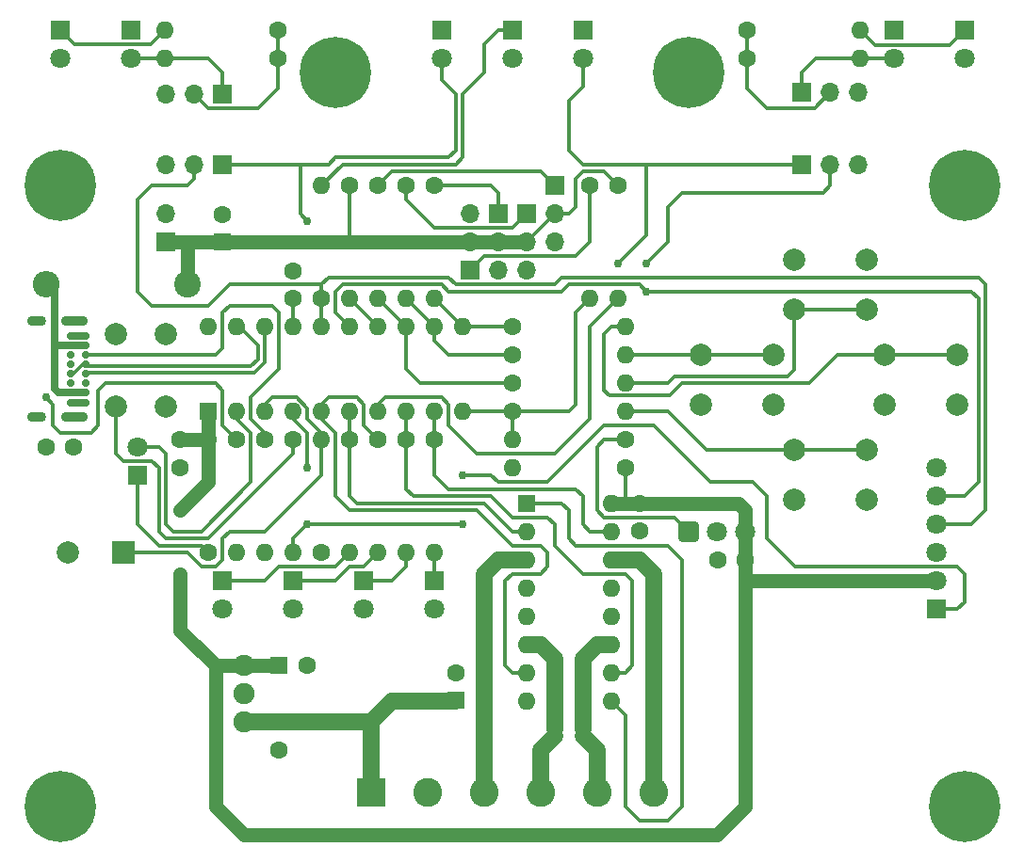
<source format=gbr>
%TF.GenerationSoftware,KiCad,Pcbnew,7.0.1-0*%
%TF.CreationDate,2023-03-30T00:17:16-04:00*%
%TF.ProjectId,CHRP400,43485250-3430-4302-9e6b-696361645f70,0*%
%TF.SameCoordinates,Original*%
%TF.FileFunction,Copper,L2,Bot*%
%TF.FilePolarity,Positive*%
%FSLAX46Y46*%
G04 Gerber Fmt 4.6, Leading zero omitted, Abs format (unit mm)*
G04 Created by KiCad (PCBNEW 7.0.1-0) date 2023-03-30 00:17:16*
%MOMM*%
%LPD*%
G01*
G04 APERTURE LIST*
G04 Aperture macros list*
%AMRoundRect*
0 Rectangle with rounded corners*
0 $1 Rounding radius*
0 $2 $3 $4 $5 $6 $7 $8 $9 X,Y pos of 4 corners*
0 Add a 4 corners polygon primitive as box body*
4,1,4,$2,$3,$4,$5,$6,$7,$8,$9,$2,$3,0*
0 Add four circle primitives for the rounded corners*
1,1,$1+$1,$2,$3*
1,1,$1+$1,$4,$5*
1,1,$1+$1,$6,$7*
1,1,$1+$1,$8,$9*
0 Add four rect primitives between the rounded corners*
20,1,$1+$1,$2,$3,$4,$5,0*
20,1,$1+$1,$4,$5,$6,$7,0*
20,1,$1+$1,$6,$7,$8,$9,0*
20,1,$1+$1,$8,$9,$2,$3,0*%
G04 Aperture macros list end*
%TA.AperFunction,ComponentPad*%
%ADD10R,1.600000X1.600000*%
%TD*%
%TA.AperFunction,ComponentPad*%
%ADD11C,1.600000*%
%TD*%
%TA.AperFunction,ComponentPad*%
%ADD12C,1.800000*%
%TD*%
%TA.AperFunction,ComponentPad*%
%ADD13R,1.800000X1.800000*%
%TD*%
%TA.AperFunction,ComponentPad*%
%ADD14C,2.400000*%
%TD*%
%TA.AperFunction,ComponentPad*%
%ADD15O,2.400000X2.400000*%
%TD*%
%TA.AperFunction,ComponentPad*%
%ADD16C,6.400000*%
%TD*%
%TA.AperFunction,ComponentPad*%
%ADD17O,1.600000X1.600000*%
%TD*%
%TA.AperFunction,ComponentPad*%
%ADD18C,2.000000*%
%TD*%
%TA.AperFunction,ComponentPad*%
%ADD19R,1.700000X1.700000*%
%TD*%
%TA.AperFunction,ComponentPad*%
%ADD20O,1.700000X1.700000*%
%TD*%
%TA.AperFunction,ComponentPad*%
%ADD21C,0.700000*%
%TD*%
%TA.AperFunction,ComponentPad*%
%ADD22O,2.400000X0.900000*%
%TD*%
%TA.AperFunction,ComponentPad*%
%ADD23O,1.700000X0.900000*%
%TD*%
%TA.AperFunction,ComponentPad*%
%ADD24R,2.000000X2.000000*%
%TD*%
%TA.AperFunction,ComponentPad*%
%ADD25RoundRect,0.250200X-0.649800X-0.649800X0.649800X-0.649800X0.649800X0.649800X-0.649800X0.649800X0*%
%TD*%
%TA.AperFunction,ComponentPad*%
%ADD26R,2.600000X2.600000*%
%TD*%
%TA.AperFunction,ComponentPad*%
%ADD27C,2.600000*%
%TD*%
%TA.AperFunction,ComponentPad*%
%ADD28C,1.905000*%
%TD*%
%TA.AperFunction,ViaPad*%
%ADD29C,0.762000*%
%TD*%
%TA.AperFunction,Conductor*%
%ADD30C,0.635000*%
%TD*%
%TA.AperFunction,Conductor*%
%ADD31C,1.270000*%
%TD*%
%TA.AperFunction,Conductor*%
%ADD32C,0.304800*%
%TD*%
%TA.AperFunction,Conductor*%
%ADD33C,1.524000*%
%TD*%
G04 APERTURE END LIST*
D10*
%TO.P,C1,1*%
%TO.N,+5V*%
X120015000Y-66040000D03*
D11*
%TO.P,C1,2*%
%TO.N,GND*%
X120015000Y-63540000D03*
%TD*%
%TO.P,C4,1*%
%TO.N,GND*%
X104160000Y-84455000D03*
%TO.P,C4,2*%
%TO.N,Net-(J1-SHIELD)*%
X106660000Y-84455000D03*
%TD*%
D12*
%TO.P,D1,1,K*%
%TO.N,Net-(D1-K)*%
X112395000Y-84455000D03*
D13*
%TO.P,D1,2,A*%
%TO.N,Net-(D1-A)*%
X112395000Y-86995000D03*
%TD*%
D12*
%TO.P,D4,1,K*%
%TO.N,GND*%
X132715000Y-99065000D03*
D13*
%TO.P,D4,2,A*%
%TO.N,Net-(D4-A)*%
X132715000Y-96525000D03*
%TD*%
D14*
%TO.P,FB1,1*%
%TO.N,+5V*%
X116840000Y-69850000D03*
D15*
%TO.P,FB1,2*%
%TO.N,Net-(#FLG0103-pwr)*%
X104140000Y-69850000D03*
%TD*%
D16*
%TO.P,MH1,1*%
%TO.N,N/C*%
X105409999Y-60959999D03*
%TD*%
D11*
%TO.P,R6,1*%
%TO.N,Net-(U1-RB7{slash}TX{slash}CK)*%
X146050000Y-81280000D03*
D17*
%TO.P,R6,2*%
%TO.N,Net-(R6-Pad2)*%
X156210000Y-81280000D03*
%TD*%
D18*
%TO.P,SW4,1,1*%
%TO.N,GND*%
X186055000Y-80645000D03*
X179555000Y-80645000D03*
%TO.P,SW4,2,2*%
%TO.N,Net-(R5-Pad2)*%
X186055000Y-76145000D03*
X179555000Y-76145000D03*
%TD*%
D11*
%TO.P,C2,1*%
%TO.N,+5V*%
X116185000Y-83820000D03*
%TO.P,C2,2*%
%TO.N,GND*%
X116185000Y-86320000D03*
%TD*%
%TO.P,C3,1*%
%TO.N,Net-(U1-Vusb3v3)*%
X126365000Y-71100000D03*
%TO.P,C3,2*%
%TO.N,GND*%
X126365000Y-68600000D03*
%TD*%
D12*
%TO.P,D3,1,K*%
%TO.N,GND*%
X126365000Y-99065000D03*
D13*
%TO.P,D3,2,A*%
%TO.N,Net-(D3-A)*%
X126365000Y-96525000D03*
%TD*%
D18*
%TO.P,SW3,1,1*%
%TO.N,GND*%
X169545000Y-80645000D03*
X163045000Y-80645000D03*
%TO.P,SW3,2,2*%
%TO.N,Net-(R4-Pad2)*%
X169545000Y-76145000D03*
X163045000Y-76145000D03*
%TD*%
D11*
%TO.P,R5,1*%
%TO.N,Net-(U1-RB6{slash}SCL{slash}SCK)*%
X146050000Y-73660000D03*
D17*
%TO.P,R5,2*%
%TO.N,Net-(R5-Pad2)*%
X156210000Y-73660000D03*
%TD*%
D16*
%TO.P,MH4,1*%
%TO.N,N/C*%
X105410000Y-116840000D03*
%TD*%
D18*
%TO.P,SW5,1,1*%
%TO.N,GND*%
X177875000Y-89245000D03*
X171375000Y-89245000D03*
%TO.P,SW5,2,2*%
%TO.N,Net-(R6-Pad2)*%
X177875000Y-84745000D03*
X171375000Y-84745000D03*
%TD*%
D11*
%TO.P,R22,1*%
%TO.N,GND*%
X128905000Y-93980000D03*
D17*
%TO.P,R22,2*%
%TO.N,Net-(U1-RA4{slash}AN3{slash}SOSCO{slash}T1G{slash}OSC2{slash}CLKOUT{slash}CLKR)*%
X128905000Y-83820000D03*
%TD*%
D11*
%TO.P,R2,1*%
%TO.N,Net-(D1-A)*%
X118745000Y-93980000D03*
D17*
%TO.P,R2,2*%
%TO.N,+5V*%
X118745000Y-83820000D03*
%TD*%
D10*
%TO.P,U1,1,VDD*%
%TO.N,+5V*%
X118745000Y-81280000D03*
D17*
%TO.P,U1,2,RA5/SOSCI/T1CKI/OSC1/CLKIN*%
%TO.N,Net-(D1-K)*%
X121285000Y-81280000D03*
%TO.P,U1,3,RA4/AN3/SOSCO/T1G/OSC2/CLKOUT/CLKR*%
%TO.N,Net-(U1-RA4{slash}AN3{slash}SOSCO{slash}T1G{slash}OSC2{slash}CLKOUT{slash}CLKR)*%
X123825000Y-81280000D03*
%TO.P,U1,4,RA3/T1G/~{SS}/~{MCLR}/Vpp*%
%TO.N,/Vpp*%
X126365000Y-81280000D03*
%TO.P,U1,5,PWM1/CWG1A/T0CKI/RC5*%
%TO.N,Net-(U1-PWM1{slash}CWG1A{slash}T0CKI{slash}RC5)*%
X128905000Y-81280000D03*
%TO.P,U1,6,CWG1B/C1OUT/C2OUT/RC4*%
%TO.N,Net-(U1-CWG1B{slash}C1OUT{slash}C2OUT{slash}RC4)*%
X131445000Y-81280000D03*
%TO.P,U1,7,CLKR/C1IN3-/C2IN3-/DACOUT2/AN7/RC3*%
%TO.N,Right Sensor*%
X133985000Y-81280000D03*
%TO.P,U1,8,~{SS}/PWM2/AN8/RC6*%
%TO.N,Net-(U1-~{SS}{slash}PWM2{slash}AN8{slash}RC6)*%
X136525000Y-81280000D03*
%TO.P,U1,9,SDO/AN9/RC7*%
%TO.N,Net-(U1-SDO{slash}AN9{slash}RC7)*%
X139065000Y-81280000D03*
%TO.P,U1,10,RB7/TX/CK*%
%TO.N,Net-(U1-RB7{slash}TX{slash}CK)*%
X141605000Y-81280000D03*
%TO.P,U1,11,RB6/SCL/SCK*%
%TO.N,Net-(U1-RB6{slash}SCL{slash}SCK)*%
X141605000Y-73660000D03*
%TO.P,U1,12,RB5/AN11/RX/DX*%
%TO.N,Net-(U1-RB5{slash}AN11{slash}RX{slash}DX)*%
X139065000Y-73660000D03*
%TO.P,U1,13,RB4/AN10/SDA/SDI*%
%TO.N,Net-(U1-RB4{slash}AN10{slash}SDA{slash}SDI)*%
X136525000Y-73660000D03*
%TO.P,U1,14,C2IN2-/C1IN2-/DACOUT1/AN6/RC2*%
%TO.N,Left Sensor*%
X133985000Y-73660000D03*
%TO.P,U1,15,ICSPCLK/~{CWGFLT}/C2IN-/C1IN-/AN5/RC1*%
%TO.N,Right Sensor +5V*%
X131445000Y-73660000D03*
%TO.P,U1,16,ICSPDAT/C2IN+/C1IN+/Vref+/AN4/RC0*%
%TO.N,Left Sensor +5V*%
X128905000Y-73660000D03*
%TO.P,U1,17,Vusb3v3*%
%TO.N,Net-(U1-Vusb3v3)*%
X126365000Y-73660000D03*
%TO.P,U1,18,RA1/D-/ICSPCLK*%
%TO.N,/D-*%
X123825000Y-73660000D03*
%TO.P,U1,19,RA0/D+/ICSPDAT*%
%TO.N,/D+*%
X121285000Y-73660000D03*
%TO.P,U1,20,VSS*%
%TO.N,GND*%
X118745000Y-73660000D03*
%TD*%
D11*
%TO.P,R13,1*%
%TO.N,Net-(H3-Pin_1)*%
X139065000Y-60960000D03*
D17*
%TO.P,R13,2*%
%TO.N,Net-(U1-RB6{slash}SCL{slash}SCK)*%
X139065000Y-71120000D03*
%TD*%
D11*
%TO.P,R9,1*%
%TO.N,Net-(U1-~{SS}{slash}PWM2{slash}AN8{slash}RC6)*%
X136525000Y-83820000D03*
D17*
%TO.P,R9,2*%
%TO.N,Net-(D4-A)*%
X136525000Y-93980000D03*
%TD*%
D11*
%TO.P,R8,1*%
%TO.N,Net-(U1-PWM1{slash}CWG1A{slash}T0CKI{slash}RC5)*%
X133985000Y-83820000D03*
D17*
%TO.P,R8,2*%
%TO.N,Net-(D3-A)*%
X133985000Y-93980000D03*
%TD*%
D11*
%TO.P,R14,1*%
%TO.N,Net-(H4-Pin_1)*%
X153035000Y-60960000D03*
D17*
%TO.P,R14,2*%
%TO.N,Net-(U1-RB7{slash}TX{slash}CK)*%
X153035000Y-71120000D03*
%TD*%
D11*
%TO.P,R10,1*%
%TO.N,Net-(U1-SDO{slash}AN9{slash}RC7)*%
X139065000Y-83820000D03*
D17*
%TO.P,R10,2*%
%TO.N,Net-(D5-A)*%
X139065000Y-93980000D03*
%TD*%
D11*
%TO.P,R12,1*%
%TO.N,Net-(H2-Pin_1)*%
X136525000Y-60960000D03*
D17*
%TO.P,R12,2*%
%TO.N,Net-(U1-RB5{slash}AN11{slash}RX{slash}DX)*%
X136525000Y-71120000D03*
%TD*%
D10*
%TO.P,C6,1*%
%TO.N,+5V*%
X125095000Y-104140000D03*
D11*
%TO.P,C6,2*%
%TO.N,GND*%
X127595000Y-104140000D03*
%TD*%
D19*
%TO.P,H2,1,Pin_1*%
%TO.N,Net-(H2-Pin_1)*%
X147320000Y-63500000D03*
D20*
%TO.P,H2,2,Pin_2*%
%TO.N,+5V*%
X147320000Y-66040000D03*
%TO.P,H2,3,Pin_3*%
%TO.N,GND*%
X147320000Y-68580000D03*
%TD*%
D19*
%TO.P,H4,1,Pin_1*%
%TO.N,Net-(H4-Pin_1)*%
X142240000Y-68565000D03*
D20*
%TO.P,H4,2,Pin_2*%
%TO.N,+5V*%
X142240000Y-66025000D03*
%TO.P,H4,3,Pin_3*%
%TO.N,GND*%
X142240000Y-63485000D03*
%TD*%
D16*
%TO.P,MH2,1*%
%TO.N,N/C*%
X186690000Y-60960000D03*
%TD*%
D11*
%TO.P,R4,1*%
%TO.N,Net-(U1-RB5{slash}AN11{slash}RX{slash}DX)*%
X146050000Y-76200000D03*
D17*
%TO.P,R4,2*%
%TO.N,Net-(R4-Pad2)*%
X156210000Y-76200000D03*
%TD*%
D19*
%TO.P,H3,1,Pin_1*%
%TO.N,Net-(H3-Pin_1)*%
X144780000Y-63500000D03*
D20*
%TO.P,H3,2,Pin_2*%
%TO.N,+5V*%
X144780000Y-66040000D03*
%TO.P,H3,3,Pin_3*%
%TO.N,GND*%
X144780000Y-68580000D03*
%TD*%
D21*
%TO.P,J1,A1,GND*%
%TO.N,GND*%
X107696000Y-74498200D03*
%TO.P,J1,A4,VBUS*%
%TO.N,Net-(#FLG0103-pwr)*%
X107696000Y-75348200D03*
%TO.P,J1,A5,CC1*%
%TO.N,unconnected-(J1-CC1-PadA5)*%
X107696000Y-76198200D03*
%TO.P,J1,A6,D+*%
%TO.N,/D+*%
X107696000Y-77048200D03*
%TO.P,J1,A7,D-*%
%TO.N,/D-*%
X107696000Y-77898200D03*
%TO.P,J1,A8,SBU1*%
%TO.N,unconnected-(J1-SBU1-PadA8)*%
X107696000Y-78748200D03*
%TO.P,J1,A9,VBUS*%
%TO.N,Net-(#FLG0103-pwr)*%
X107696000Y-79598200D03*
%TO.P,J1,A12,GND*%
%TO.N,GND*%
X107696000Y-80448200D03*
%TO.P,J1,B1,GND*%
X106346000Y-80448200D03*
%TO.P,J1,B4,VBUS*%
%TO.N,Net-(#FLG0103-pwr)*%
X106346000Y-79598200D03*
%TO.P,J1,B5,CC2*%
%TO.N,unconnected-(J1-CC2-PadB5)*%
X106346000Y-78748200D03*
%TO.P,J1,B6,D+*%
%TO.N,/D+*%
X106346000Y-77898200D03*
%TO.P,J1,B7,D-*%
%TO.N,/D-*%
X106346000Y-77048200D03*
%TO.P,J1,B8,SBU2*%
%TO.N,unconnected-(J1-SBU2-PadB8)*%
X106346000Y-76198200D03*
%TO.P,J1,B9,VBUS*%
%TO.N,Net-(#FLG0103-pwr)*%
X106346000Y-75348200D03*
%TO.P,J1,B12,GND*%
%TO.N,GND*%
X106346000Y-74498200D03*
D22*
%TO.P,J1,S1,SHIELD*%
%TO.N,Net-(J1-SHIELD)*%
X106716000Y-73148200D03*
D23*
X103336000Y-73148200D03*
D22*
X106716000Y-81798200D03*
D23*
X103336000Y-81798200D03*
%TD*%
D16*
%TO.P,MH3,1*%
%TO.N,N/C*%
X186690000Y-116840000D03*
%TD*%
D11*
%TO.P,R17,1*%
%TO.N,+5V*%
X155575000Y-60960000D03*
D17*
%TO.P,R17,2*%
%TO.N,Right Sensor*%
X155575000Y-71120000D03*
%TD*%
D11*
%TO.P,R11,1*%
%TO.N,Net-(H1-Pin_1)*%
X133985000Y-60960000D03*
D17*
%TO.P,R11,2*%
%TO.N,Net-(U1-RB4{slash}AN10{slash}SDA{slash}SDI)*%
X133985000Y-71120000D03*
%TD*%
D11*
%TO.P,R1,1*%
%TO.N,Net-(R1-Pad1)*%
X126365000Y-83820000D03*
D17*
%TO.P,R1,2*%
%TO.N,/Vpp*%
X126365000Y-93980000D03*
%TD*%
D12*
%TO.P,D5,1,K*%
%TO.N,GND*%
X139065000Y-99065000D03*
D13*
%TO.P,D5,2,A*%
%TO.N,Net-(D5-A)*%
X139065000Y-96525000D03*
%TD*%
D24*
%TO.P,LS1,1,1*%
%TO.N,Net-(U1-RA4{slash}AN3{slash}SOSCO{slash}T1G{slash}OSC2{slash}CLKOUT{slash}CLKR)*%
X111125000Y-93980000D03*
D18*
%TO.P,LS1,2,2*%
%TO.N,GND*%
X106125000Y-93980000D03*
%TD*%
D25*
%TO.P,U4,1,OUT*%
%TO.N,Net-(U4-OUT)*%
X161925000Y-92075000D03*
D12*
%TO.P,U4,2,GND*%
%TO.N,GND*%
X164465000Y-92075000D03*
%TO.P,U4,3,Vs*%
%TO.N,+5V*%
X167005000Y-92075000D03*
%TD*%
D11*
%TO.P,R7,1*%
%TO.N,Net-(U1-CWG1B{slash}C1OUT{slash}C2OUT{slash}RC4)*%
X131445000Y-83820000D03*
D17*
%TO.P,R7,2*%
%TO.N,Net-(D2-A)*%
X131445000Y-93980000D03*
%TD*%
D13*
%TO.P,H9,1,~{MCLR}/VPP*%
%TO.N,/Vpp*%
X184150000Y-99060000D03*
D12*
%TO.P,H9,2,VDD*%
%TO.N,+5V*%
X184150000Y-96520000D03*
%TO.P,H9,3,VSS*%
%TO.N,GND*%
X184150000Y-93980000D03*
%TO.P,H9,4,PGD/ICSPDAT*%
%TO.N,Left Sensor +5V*%
X184150000Y-91440000D03*
%TO.P,H9,5,PGC/ICSPCLK*%
%TO.N,Right Sensor +5V*%
X184150000Y-88900000D03*
%TO.P,H9,6,PGM/LVP*%
%TO.N,unconnected-(H9-PGM{slash}LVP-Pad6)*%
X184150000Y-86360000D03*
%TD*%
D19*
%TO.P,H1,1,Pin_1*%
%TO.N,Net-(H1-Pin_1)*%
X149860000Y-60960000D03*
D20*
%TO.P,H1,2,Pin_2*%
%TO.N,+5V*%
X149860000Y-63500000D03*
%TO.P,H1,3,Pin_3*%
%TO.N,GND*%
X149860000Y-66040000D03*
%TD*%
D11*
%TO.P,C5,1*%
%TO.N,Net-(CON1-Pin_1)*%
X125095000Y-109220000D03*
%TO.P,C5,2*%
%TO.N,GND*%
X125095000Y-111720000D03*
%TD*%
%TO.P,R3,1*%
%TO.N,Net-(U1-RB4{slash}AN10{slash}SDA{slash}SDI)*%
X146050000Y-78740000D03*
D17*
%TO.P,R3,2*%
%TO.N,Net-(R3-Pad2)*%
X156210000Y-78740000D03*
%TD*%
D12*
%TO.P,D2,1,K*%
%TO.N,GND*%
X120015000Y-99065000D03*
D13*
%TO.P,D2,2,A*%
%TO.N,Net-(D2-A)*%
X120015000Y-96525000D03*
%TD*%
D18*
%TO.P,SW2,1,1*%
%TO.N,GND*%
X171375000Y-67600000D03*
X177875000Y-67600000D03*
%TO.P,SW2,2,2*%
%TO.N,Net-(R3-Pad2)*%
X171375000Y-72100000D03*
X177875000Y-72100000D03*
%TD*%
%TO.P,SW1,1,1*%
%TO.N,GND*%
X114935000Y-74295000D03*
X114935000Y-80795000D03*
%TO.P,SW1,2,2*%
%TO.N,Net-(R1-Pad1)*%
X110435000Y-74295000D03*
X110435000Y-80795000D03*
%TD*%
D19*
%TO.P,BT1,1,+*%
%TO.N,+5V*%
X114935000Y-66040000D03*
D20*
%TO.P,BT1,2,-*%
%TO.N,GND*%
X114935000Y-63500000D03*
%TD*%
D11*
%TO.P,R25,1*%
%TO.N,unconnected-(J1-CC2-PadB5)*%
X121285000Y-83820000D03*
D17*
%TO.P,R25,2*%
%TO.N,GND*%
X121285000Y-93980000D03*
%TD*%
D19*
%TO.P,H8,1,Pin_1*%
%TO.N,Right Sensor*%
X172100000Y-52578000D03*
D20*
%TO.P,H8,2,Pin_2*%
%TO.N,Right Sensor +5V*%
X174640000Y-52578000D03*
%TO.P,H8,3,Pin_3*%
%TO.N,GND*%
X177180000Y-52578000D03*
%TD*%
D11*
%TO.P,R15,1*%
%TO.N,Left Sensor +5V*%
X128905000Y-71120000D03*
D17*
%TO.P,R15,2*%
%TO.N,Net-(D6-A)*%
X128905000Y-60960000D03*
%TD*%
D26*
%TO.P,CON1,1,Pin_1*%
%TO.N,Net-(CON1-Pin_1)*%
X133350000Y-115570008D03*
D27*
%TO.P,CON1,2,Pin_2*%
%TO.N,GND*%
X138430000Y-115570008D03*
%TO.P,CON1,3,Pin_3*%
%TO.N,Net-(CON1-Pin_3)*%
X143510000Y-115570008D03*
%TO.P,CON1,4,Pin_4*%
%TO.N,Net-(CON1-Pin_4)*%
X148590000Y-115570008D03*
%TO.P,CON1,5,Pin_5*%
%TO.N,Net-(CON1-Pin_5)*%
X153670000Y-115570008D03*
%TO.P,CON1,6,Pin_6*%
%TO.N,Net-(CON1-Pin_6)*%
X158750000Y-115570008D03*
%TD*%
D10*
%TO.P,C8,1*%
%TO.N,Net-(CON1-Pin_1)*%
X140970000Y-107250121D03*
D11*
%TO.P,C8,2*%
%TO.N,GND*%
X140970000Y-104750121D03*
%TD*%
D16*
%TO.P,MH6,1*%
%TO.N,N/C*%
X161925000Y-50800000D03*
%TD*%
D11*
%TO.P,R18,1*%
%TO.N,Left Sensor +5V*%
X124968000Y-46990000D03*
D17*
%TO.P,R18,2*%
%TO.N,Net-(D7-A)*%
X114808000Y-46990000D03*
%TD*%
D11*
%TO.P,C7,1*%
%TO.N,+5V*%
X157480000Y-89535000D03*
%TO.P,C7,2*%
%TO.N,GND*%
X157480000Y-92035000D03*
%TD*%
D10*
%TO.P,U2,1,1\u002C2EN*%
%TO.N,Net-(U2-1\u002C2EN)*%
X147320000Y-89535008D03*
D17*
%TO.P,U2,2,1A*%
%TO.N,Net-(U1-CWG1B{slash}C1OUT{slash}C2OUT{slash}RC4)*%
X147320000Y-92075008D03*
%TO.P,U2,3,1Y*%
%TO.N,Net-(CON1-Pin_3)*%
X147320000Y-94615008D03*
%TO.P,U2,4,GND*%
%TO.N,GND*%
X147320000Y-97155008D03*
%TO.P,U2,5,GND*%
X147320000Y-99695008D03*
%TO.P,U2,6,2Y*%
%TO.N,Net-(CON1-Pin_4)*%
X147320000Y-102235008D03*
%TO.P,U2,7,2A*%
%TO.N,Net-(U1-PWM1{slash}CWG1A{slash}T0CKI{slash}RC5)*%
X147320000Y-104775008D03*
%TO.P,U2,8,VCC2*%
%TO.N,Net-(CON1-Pin_1)*%
X147320000Y-107315008D03*
%TO.P,U2,9,3\u002C4EN*%
%TO.N,Net-(U2-1\u002C2EN)*%
X154940000Y-107315008D03*
%TO.P,U2,10,3A*%
%TO.N,Net-(U1-~{SS}{slash}PWM2{slash}AN8{slash}RC6)*%
X154940000Y-104775008D03*
%TO.P,U2,11,3Y*%
%TO.N,Net-(CON1-Pin_5)*%
X154940000Y-102235008D03*
%TO.P,U2,12,GND*%
%TO.N,GND*%
X154940000Y-99695008D03*
%TO.P,U2,13,GND*%
X154940000Y-97155008D03*
%TO.P,U2,14,4Y*%
%TO.N,Net-(CON1-Pin_6)*%
X154940000Y-94615008D03*
%TO.P,U2,15,4A*%
%TO.N,Net-(U1-SDO{slash}AN9{slash}RC7)*%
X154940000Y-92075008D03*
%TO.P,U2,16,VCC1*%
%TO.N,+5V*%
X154940000Y-89535008D03*
%TD*%
D11*
%TO.P,R20,1*%
%TO.N,Right Sensor +5V*%
X167132000Y-46990000D03*
D17*
%TO.P,R20,2*%
%TO.N,Net-(D8-A)*%
X177292000Y-46990000D03*
%TD*%
D19*
%TO.P,H5,1,Pin_1*%
%TO.N,Left Sensor*%
X120015000Y-59055000D03*
D20*
%TO.P,H5,2,Pin_2*%
%TO.N,Left Sensor +5V*%
X117475000Y-59055000D03*
%TO.P,H5,3,Pin_3*%
%TO.N,GND*%
X114935000Y-59055000D03*
%TD*%
D11*
%TO.P,R16,1*%
%TO.N,+5V*%
X131445000Y-60960000D03*
D17*
%TO.P,R16,2*%
%TO.N,Left Sensor*%
X131445000Y-71120000D03*
%TD*%
D11*
%TO.P,R23,1*%
%TO.N,+5V*%
X156210000Y-86360000D03*
D17*
%TO.P,R23,2*%
%TO.N,Net-(U2-1\u002C2EN)*%
X146050000Y-86360000D03*
%TD*%
D11*
%TO.P,R21,1*%
%TO.N,Right Sensor +5V*%
X167132000Y-49530000D03*
D17*
%TO.P,R21,2*%
%TO.N,Right Sensor*%
X177292000Y-49530000D03*
%TD*%
D11*
%TO.P,R19,1*%
%TO.N,Left Sensor +5V*%
X124968000Y-49530000D03*
D17*
%TO.P,R19,2*%
%TO.N,Left Sensor*%
X114808000Y-49530000D03*
%TD*%
D19*
%TO.P,H6,1,Pin_1*%
%TO.N,Left Sensor*%
X120015000Y-52705000D03*
D20*
%TO.P,H6,2,Pin_2*%
%TO.N,Left Sensor +5V*%
X117475000Y-52705000D03*
%TO.P,H6,3,Pin_3*%
%TO.N,GND*%
X114935000Y-52705000D03*
%TD*%
D16*
%TO.P,MH5,1*%
%TO.N,N/C*%
X130175000Y-50800000D03*
%TD*%
D28*
%TO.P,U3,1,VI*%
%TO.N,Net-(CON1-Pin_1)*%
X121920000Y-109220000D03*
%TO.P,U3,2,GND*%
%TO.N,GND*%
X121920000Y-106680000D03*
%TO.P,U3,3,VO*%
%TO.N,+5V*%
X121920000Y-104140000D03*
%TD*%
D11*
%TO.P,C9,1*%
%TO.N,+5V*%
X167005000Y-94615000D03*
%TO.P,C9,2*%
%TO.N,GND*%
X164505000Y-94615000D03*
%TD*%
%TO.P,R24,1*%
%TO.N,Net-(U4-OUT)*%
X156210000Y-83820000D03*
D17*
%TO.P,R24,2*%
%TO.N,Net-(U1-RB7{slash}TX{slash}CK)*%
X146050000Y-83820000D03*
%TD*%
D19*
%TO.P,H7,1,Pin_1*%
%TO.N,Right Sensor*%
X172100000Y-59055000D03*
D20*
%TO.P,H7,2,Pin_2*%
%TO.N,Right Sensor +5V*%
X174640000Y-59055000D03*
%TO.P,H7,3,Pin_3*%
%TO.N,GND*%
X177180000Y-59055000D03*
%TD*%
D11*
%TO.P,R26,1*%
%TO.N,unconnected-(J1-CC1-PadA5)*%
X123825000Y-83820000D03*
D17*
%TO.P,R26,2*%
%TO.N,GND*%
X123825000Y-93980000D03*
%TD*%
D12*
%TO.P,Q1,1,C*%
%TO.N,Left Sensor*%
X139700000Y-49535000D03*
D13*
%TO.P,Q1,2,E*%
%TO.N,GND*%
X139700000Y-46995000D03*
%TD*%
D12*
%TO.P,Q2,1,C*%
%TO.N,Right Sensor*%
X152400000Y-49535000D03*
D13*
%TO.P,Q2,2,E*%
%TO.N,GND*%
X152400000Y-46995000D03*
%TD*%
D12*
%TO.P,D6,1,K*%
%TO.N,GND*%
X146050000Y-49530000D03*
D13*
%TO.P,D6,2,A*%
%TO.N,Net-(D6-A)*%
X146050000Y-46990000D03*
%TD*%
D12*
%TO.P,Q3,1,C*%
%TO.N,Left Sensor*%
X111760000Y-49530000D03*
D13*
%TO.P,Q3,2,E*%
%TO.N,GND*%
X111760000Y-46990000D03*
%TD*%
D12*
%TO.P,D7,1,K*%
%TO.N,GND*%
X105410000Y-49535000D03*
D13*
%TO.P,D7,2,A*%
%TO.N,Net-(D7-A)*%
X105410000Y-46995000D03*
%TD*%
D12*
%TO.P,D8,1,K*%
%TO.N,GND*%
X186690000Y-49535000D03*
D13*
%TO.P,D8,2,A*%
%TO.N,Net-(D8-A)*%
X186690000Y-46995000D03*
%TD*%
D12*
%TO.P,Q4,1,C*%
%TO.N,Right Sensor*%
X180340000Y-49535000D03*
D13*
%TO.P,Q4,2,E*%
%TO.N,GND*%
X180340000Y-46995000D03*
%TD*%
D29*
%TO.N,+5V*%
X116205000Y-90170000D03*
X116205000Y-95885000D03*
%TO.N,/Vpp*%
X127635000Y-91440000D03*
X141605000Y-86995000D03*
X127635000Y-86360000D03*
X141605000Y-91440000D03*
%TO.N,unconnected-(J1-CC2-PadB5)*%
X104140000Y-80010000D03*
%TO.N,Left Sensor*%
X127635000Y-64135000D03*
%TO.N,Right Sensor*%
X155575000Y-67945000D03*
%TO.N,Right Sensor +5V*%
X158115000Y-70485000D03*
X158115000Y-67945000D03*
%TD*%
D30*
%TO.N,GND*%
X107696000Y-80448200D02*
X106346000Y-80448200D01*
X107696000Y-74498200D02*
X106346000Y-74498200D01*
D31*
%TO.N,+5V*%
X116840000Y-66040000D02*
X120015000Y-66040000D01*
X131460000Y-66025000D02*
X142240000Y-66025000D01*
X118745000Y-87630000D02*
X116205000Y-90170000D01*
D32*
X131445000Y-60960000D02*
X131445000Y-66040000D01*
X149860000Y-63500000D02*
X151130000Y-63500000D01*
X156210000Y-89535000D02*
X156209992Y-89535008D01*
D31*
X131445000Y-66040000D02*
X131460000Y-66025000D01*
X118745000Y-83820000D02*
X118745000Y-87630000D01*
D32*
X156210000Y-86360000D02*
X156210000Y-89535000D01*
X151765000Y-60325000D02*
X152400000Y-59690000D01*
D31*
X116840000Y-69850000D02*
X116840000Y-66040000D01*
D32*
X151130000Y-63500000D02*
X151765000Y-62865000D01*
D31*
X116185000Y-83820000D02*
X118745000Y-83820000D01*
D32*
X152400000Y-59690000D02*
X154305000Y-59690000D01*
D31*
X121920000Y-104140000D02*
X125095000Y-104140000D01*
D32*
X151765000Y-62865000D02*
X151765000Y-60325000D01*
D31*
X144765000Y-66025000D02*
X144780000Y-66040000D01*
X121920000Y-104140000D02*
X119380000Y-104140000D01*
X118745000Y-81280000D02*
X118745000Y-83820000D01*
X116205000Y-100965000D02*
X119380000Y-104140000D01*
X119380000Y-104140000D02*
X119380000Y-116840000D01*
X164465000Y-119380000D02*
X167005000Y-116840000D01*
X116205000Y-95885000D02*
X116205000Y-100965000D01*
D32*
X154305000Y-59690000D02*
X155575000Y-60960000D01*
D31*
X167005000Y-116840000D02*
X167005000Y-94615000D01*
X121920000Y-119380000D02*
X164465000Y-119380000D01*
X166370000Y-89535000D02*
X167005000Y-90170000D01*
X157480000Y-89535000D02*
X166370000Y-89535000D01*
X167005000Y-90170000D02*
X167005000Y-92075000D01*
X114935000Y-66040000D02*
X116840000Y-66040000D01*
X144780000Y-66040000D02*
X147320000Y-66040000D01*
D32*
X147320000Y-66040000D02*
X149860000Y-63500000D01*
D31*
X120015000Y-66040000D02*
X131445000Y-66040000D01*
X154940000Y-89535008D02*
X156209992Y-89535008D01*
D32*
X157479992Y-89535008D02*
X157480000Y-89535000D01*
D31*
X119380000Y-116840000D02*
X121920000Y-119380000D01*
X167005000Y-92075000D02*
X167005000Y-94615000D01*
X142240000Y-66025000D02*
X144765000Y-66025000D01*
X167005000Y-96520000D02*
X184150000Y-96520000D01*
X156209992Y-89535008D02*
X157479992Y-89535008D01*
D32*
%TO.N,Net-(U1-Vusb3v3)*%
X126365000Y-71100000D02*
X126365000Y-73660000D01*
D33*
%TO.N,Net-(CON1-Pin_1)*%
X135255000Y-107315000D02*
X140905121Y-107315000D01*
X133350000Y-109220000D02*
X135255000Y-107315000D01*
X125095000Y-109220000D02*
X121920000Y-109220000D01*
X133350000Y-109220000D02*
X125095000Y-109220000D01*
X140905121Y-107315000D02*
X140970000Y-107250121D01*
X133350000Y-115570008D02*
X133350000Y-109220000D01*
%TO.N,Net-(CON1-Pin_3)*%
X143510000Y-95885008D02*
X143510000Y-114935008D01*
X144780000Y-94615008D02*
X143510000Y-95885008D01*
X147320000Y-94615008D02*
X144780000Y-94615008D01*
%TO.N,Net-(CON1-Pin_4)*%
X147320000Y-102235008D02*
X148590000Y-102235008D01*
X149860000Y-103505008D02*
X149860000Y-109855008D01*
X148590000Y-102235008D02*
X149860000Y-103505008D01*
X149860000Y-110490008D02*
X148590000Y-111760008D01*
X148590000Y-111760008D02*
X148590000Y-115570008D01*
%TO.N,Net-(CON1-Pin_5)*%
X152400000Y-110490008D02*
X153670000Y-111760008D01*
X152400000Y-103505008D02*
X152400000Y-109855008D01*
X154940000Y-102235008D02*
X153670000Y-102235008D01*
X153670000Y-111760008D02*
X153670000Y-115570008D01*
X153670000Y-102235008D02*
X152400000Y-103505008D01*
%TO.N,Net-(CON1-Pin_6)*%
X154940000Y-94615008D02*
X157480000Y-94615008D01*
X157480000Y-94615008D02*
X158750000Y-95885008D01*
X158750000Y-95885008D02*
X158750000Y-114935008D01*
D32*
%TO.N,Net-(D1-K)*%
X122555000Y-87621316D02*
X122555000Y-83185000D01*
X115570000Y-92075000D02*
X118101316Y-92075000D01*
X121285000Y-81915000D02*
X121285000Y-81280000D01*
X114300000Y-84455000D02*
X114935000Y-85090000D01*
X112395000Y-84455000D02*
X114300000Y-84455000D01*
X114935000Y-85090000D02*
X114935000Y-91440000D01*
X122555000Y-83185000D02*
X121285000Y-81915000D01*
X114935000Y-91440000D02*
X115570000Y-92075000D01*
X118101316Y-92075000D02*
X122555000Y-87621316D01*
%TO.N,Net-(D1-A)*%
X114300000Y-93345000D02*
X118110000Y-93345000D01*
X112395000Y-86995000D02*
X112395000Y-91440000D01*
X112395000Y-91440000D02*
X114300000Y-93345000D01*
X118110000Y-93345000D02*
X118745000Y-93980000D01*
%TO.N,Net-(D2-A)*%
X130175000Y-95250000D02*
X125095000Y-95250000D01*
X125095000Y-95250000D02*
X123820000Y-96525000D01*
X131445000Y-93980000D02*
X130175000Y-95250000D01*
X123820000Y-96525000D02*
X120015000Y-96525000D01*
%TO.N,Net-(D3-A)*%
X133985000Y-93980000D02*
X132715000Y-95250000D01*
X130170000Y-96525000D02*
X126365000Y-96525000D01*
X132715000Y-95250000D02*
X131445000Y-95250000D01*
X131445000Y-95250000D02*
X130170000Y-96525000D01*
%TO.N,/Vpp*%
X127635000Y-91440000D02*
X126365000Y-92710000D01*
X186055000Y-95250000D02*
X186690000Y-95885000D01*
X163830000Y-87630000D02*
X167640000Y-87630000D01*
X168910000Y-88900000D02*
X168910000Y-92710000D01*
X168910000Y-92710000D02*
X171450000Y-95250000D01*
X171450000Y-95250000D02*
X186055000Y-95250000D01*
X149225000Y-87630000D02*
X154305000Y-82550000D01*
X126365000Y-81926578D02*
X127635000Y-83196578D01*
X144145000Y-86995000D02*
X144780000Y-87630000D01*
X126365000Y-81280000D02*
X126365000Y-81926578D01*
X158750000Y-82550000D02*
X163830000Y-87630000D01*
X167640000Y-87630000D02*
X168910000Y-88900000D01*
X186055000Y-99060000D02*
X184150000Y-99060000D01*
X186690000Y-98425000D02*
X186055000Y-99060000D01*
X127635000Y-83196578D02*
X127635000Y-86360000D01*
X141605000Y-86995000D02*
X144145000Y-86995000D01*
X154305000Y-82550000D02*
X158750000Y-82550000D01*
X186690000Y-95885000D02*
X186690000Y-98425000D01*
X141605000Y-91440000D02*
X127635000Y-91440000D01*
X144780000Y-87630000D02*
X149225000Y-87630000D01*
X126365000Y-92710000D02*
X126365000Y-93980000D01*
%TO.N,Net-(D4-A)*%
X136525000Y-95250000D02*
X135250000Y-96525000D01*
X136525000Y-93980000D02*
X136525000Y-95250000D01*
X135250000Y-96525000D02*
X132715000Y-96525000D01*
%TO.N,Net-(D5-A)*%
X139065000Y-93980000D02*
X139065000Y-97155000D01*
%TO.N,Net-(D6-A)*%
X130810000Y-59055000D02*
X140970000Y-59055000D01*
X128905000Y-60960000D02*
X130810000Y-59055000D01*
X141605000Y-52705000D02*
X143510000Y-50800000D01*
X144780000Y-46990000D02*
X146050000Y-46990000D01*
X141605000Y-58420000D02*
X141605000Y-52705000D01*
X143510000Y-48260000D02*
X144780000Y-46990000D01*
X140970000Y-59055000D02*
X141605000Y-58420000D01*
X143510000Y-50800000D02*
X143510000Y-48260000D01*
%TO.N,Net-(D7-A)*%
X113538000Y-48260000D02*
X114808000Y-46990000D01*
X105410000Y-46995000D02*
X105415000Y-46995000D01*
X106680000Y-48260000D02*
X113538000Y-48260000D01*
X105415000Y-46995000D02*
X106680000Y-48260000D01*
%TO.N,Net-(D8-A)*%
X185349800Y-48330200D02*
X178632200Y-48330200D01*
X186690000Y-46995000D02*
X186685000Y-46995000D01*
X186685000Y-46995000D02*
X185349800Y-48330200D01*
X178632200Y-48330200D02*
X177292000Y-46990000D01*
%TO.N,Net-(R1-Pad1)*%
X118739211Y-92710000D02*
X126359211Y-85090000D01*
X110435000Y-80795000D02*
X110435000Y-85035000D01*
X110435000Y-85035000D02*
X111125000Y-85725000D01*
X113665000Y-85725000D02*
X114300000Y-86360000D01*
X114300000Y-92075000D02*
X114935000Y-92710000D01*
X111125000Y-85725000D02*
X113665000Y-85725000D01*
X126359211Y-85090000D02*
X126365000Y-85090000D01*
X114935000Y-92710000D02*
X118739211Y-92710000D01*
X126365000Y-85090000D02*
X126365000Y-83820000D01*
X114300000Y-86360000D02*
X114300000Y-92075000D01*
%TO.N,Net-(R3-Pad2)*%
X160655000Y-78105000D02*
X170815000Y-78105000D01*
X156210000Y-78740000D02*
X160020000Y-78740000D01*
X170815000Y-78105000D02*
X171375000Y-77545000D01*
X160020000Y-78740000D02*
X160655000Y-78105000D01*
X171375000Y-77545000D02*
X171375000Y-72100000D01*
X156845000Y-78740000D02*
X156210000Y-78105000D01*
X177875000Y-72100000D02*
X171375000Y-72100000D01*
D30*
%TO.N,Net-(#FLG0103-pwr)*%
X106346000Y-79598200D02*
X107696000Y-79598200D01*
X104913800Y-75348200D02*
X104902000Y-75336400D01*
X106346000Y-75348200D02*
X104913800Y-75348200D01*
X104902000Y-75336400D02*
X104902000Y-79197200D01*
X105303000Y-79598200D02*
X106346000Y-79598200D01*
X106346000Y-75348200D02*
X107696000Y-75348200D01*
X104902000Y-79197200D02*
X105303000Y-79598200D01*
X104902000Y-70612000D02*
X104902000Y-75336400D01*
X104140000Y-69850000D02*
X104902000Y-70612000D01*
D32*
%TO.N,Net-(R4-Pad2)*%
X156265000Y-76145000D02*
X156210000Y-76200000D01*
X163045000Y-76145000D02*
X156265000Y-76145000D01*
X169545000Y-76145000D02*
X163045000Y-76145000D01*
%TO.N,Net-(H1-Pin_1)*%
X148590000Y-59690000D02*
X149860000Y-60960000D01*
X133985000Y-60960000D02*
X135255000Y-59690000D01*
X135255000Y-59690000D02*
X148590000Y-59690000D01*
%TO.N,Net-(R5-Pad2)*%
X175315000Y-76145000D02*
X172720000Y-78740000D01*
X154774800Y-79844800D02*
X154305000Y-79375000D01*
X179555000Y-76145000D02*
X175315000Y-76145000D01*
X172720000Y-78740000D02*
X161290000Y-78740000D01*
X186055000Y-76145000D02*
X179555000Y-76145000D01*
X154940000Y-73660000D02*
X156210000Y-73660000D01*
X154305000Y-74295000D02*
X154940000Y-73660000D01*
X160185200Y-79844800D02*
X154774800Y-79844800D01*
X154305000Y-79375000D02*
X154305000Y-74295000D01*
X161290000Y-78740000D02*
X160185200Y-79844800D01*
%TO.N,Net-(H2-Pin_1)*%
X139065000Y-64770000D02*
X136525000Y-62230000D01*
X146050000Y-64770000D02*
X139065000Y-64770000D01*
X136525000Y-62230000D02*
X136525000Y-60960000D01*
X147320000Y-63500000D02*
X146050000Y-64770000D01*
%TO.N,Net-(R6-Pad2)*%
X163485000Y-84745000D02*
X160020000Y-81280000D01*
X171375000Y-84745000D02*
X163485000Y-84745000D01*
X177875000Y-84745000D02*
X171375000Y-84745000D01*
X160020000Y-81280000D02*
X156210000Y-81280000D01*
%TO.N,Net-(H3-Pin_1)*%
X139065000Y-60960000D02*
X144145000Y-60960000D01*
X144145000Y-60960000D02*
X144780000Y-61595000D01*
X144780000Y-61595000D02*
X144780000Y-63500000D01*
%TO.N,Net-(H4-Pin_1)*%
X143495000Y-67310000D02*
X151765000Y-67310000D01*
X151765000Y-67310000D02*
X153035000Y-66040000D01*
X142240000Y-68565000D02*
X143495000Y-67310000D01*
X153035000Y-66040000D02*
X153035000Y-60960000D01*
%TO.N,/D+*%
X121539000Y-73660000D02*
X121285000Y-73660000D01*
X122577200Y-77193800D02*
X123190000Y-76581000D01*
X107841600Y-77193800D02*
X122577200Y-77193800D01*
X123190000Y-76581000D02*
X123190000Y-75311000D01*
X107457453Y-77048200D02*
X107696000Y-77048200D01*
X123190000Y-75311000D02*
X121539000Y-73660000D01*
X106607453Y-77898200D02*
X107457453Y-77048200D01*
X106346000Y-77898200D02*
X106607453Y-77898200D01*
X107696000Y-77048200D02*
X107841600Y-77193800D01*
%TO.N,/D-*%
X123825000Y-76835000D02*
X123825000Y-73660000D01*
X107841600Y-77752600D02*
X122907400Y-77752600D01*
X122907400Y-77752600D02*
X123825000Y-76835000D01*
X107696000Y-77898200D02*
X107841600Y-77752600D01*
%TO.N,unconnected-(J1-CC1-PadA5)*%
X107696000Y-76198200D02*
X119381800Y-76198200D01*
X119381800Y-76198200D02*
X120015000Y-75565000D01*
X120650000Y-71755000D02*
X124460000Y-71755000D01*
X125095000Y-72390000D02*
X125095000Y-77470000D01*
X120015000Y-75565000D02*
X120015000Y-72390000D01*
X122555000Y-81915000D02*
X123825000Y-83185000D01*
X123825000Y-83185000D02*
X123825000Y-83820000D01*
X124460000Y-71755000D02*
X125095000Y-72390000D01*
X120015000Y-72390000D02*
X120650000Y-71755000D01*
X125095000Y-77470000D02*
X122555000Y-80010000D01*
X122555000Y-80010000D02*
X122555000Y-81915000D01*
%TO.N,unconnected-(J1-CC2-PadB5)*%
X120015000Y-79375000D02*
X119380000Y-78740000D01*
X108839000Y-82550000D02*
X108204000Y-83185000D01*
X108204000Y-83185000D02*
X105410000Y-83185000D01*
X121285000Y-83820000D02*
X120015000Y-82550000D01*
X105410000Y-83185000D02*
X104775000Y-82550000D01*
X109474000Y-78740000D02*
X108839000Y-79375000D01*
X108839000Y-79375000D02*
X108839000Y-82550000D01*
X104775000Y-80645000D02*
X104140000Y-80010000D01*
X119380000Y-78740000D02*
X109474000Y-78740000D01*
X120015000Y-82550000D02*
X120015000Y-79375000D01*
X104775000Y-82550000D02*
X104775000Y-80645000D01*
%TO.N,Net-(U1-RA4{slash}AN3{slash}SOSCO{slash}T1G{slash}OSC2{slash}CLKOUT{slash}CLKR)*%
X120650000Y-92075000D02*
X123825000Y-92075000D01*
X123825000Y-92075000D02*
X128905000Y-86995000D01*
X119380000Y-95250000D02*
X120015000Y-94615000D01*
X120015000Y-92710000D02*
X120650000Y-92075000D01*
X124460000Y-80010000D02*
X126657424Y-80010000D01*
X128905000Y-83185000D02*
X128905000Y-83820000D01*
X111125000Y-93980000D02*
X116840000Y-93980000D01*
X127635000Y-80987576D02*
X127635000Y-81915000D01*
X116840000Y-93980000D02*
X118110000Y-95250000D01*
X127635000Y-81915000D02*
X128905000Y-83185000D01*
X118110000Y-95250000D02*
X119380000Y-95250000D01*
X126657424Y-80010000D02*
X127635000Y-80987576D01*
X123825000Y-81280000D02*
X123825000Y-80645000D01*
X123825000Y-80645000D02*
X124460000Y-80010000D01*
X120015000Y-94615000D02*
X120015000Y-92710000D01*
X128905000Y-86995000D02*
X128905000Y-83820000D01*
%TO.N,Net-(U1-RB4{slash}AN10{slash}SDA{slash}SDI)*%
X137795000Y-78740000D02*
X146050000Y-78740000D01*
X136525000Y-77470000D02*
X137795000Y-78740000D01*
X136525000Y-73660000D02*
X136525000Y-77470000D01*
X133985000Y-71120000D02*
X136525000Y-73660000D01*
%TO.N,Net-(U1-RB5{slash}AN11{slash}RX{slash}DX)*%
X140335000Y-76200000D02*
X146050000Y-76200000D01*
X139065000Y-73660000D02*
X139065000Y-74930000D01*
X139065000Y-74930000D02*
X140335000Y-76200000D01*
X136525000Y-71120000D02*
X139065000Y-73660000D01*
%TO.N,Net-(U1-RB6{slash}SCL{slash}SCK)*%
X139065000Y-71120000D02*
X141605000Y-73660000D01*
X141605000Y-73660000D02*
X146050000Y-73660000D01*
%TO.N,Net-(U1-RB7{slash}TX{slash}CK)*%
X151765000Y-80645000D02*
X151765000Y-72390000D01*
X151765000Y-72390000D02*
X153035000Y-71120000D01*
X151130000Y-81280000D02*
X151765000Y-80645000D01*
X146050000Y-81280000D02*
X146050000Y-83820000D01*
X146050000Y-81280000D02*
X151130000Y-81280000D01*
X141605000Y-81280000D02*
X146050000Y-81280000D01*
%TO.N,Net-(U1-CWG1B{slash}C1OUT{slash}C2OUT{slash}RC4)*%
X131445000Y-88900000D02*
X132080000Y-89535000D01*
X131445000Y-83820000D02*
X131445000Y-88900000D01*
X132080000Y-89535000D02*
X143510000Y-89535000D01*
X146050008Y-92075008D02*
X147320000Y-92075008D01*
X143510000Y-89535000D02*
X146050008Y-92075008D01*
X131445000Y-80645000D02*
X131445000Y-83820000D01*
%TO.N,Net-(U1-PWM1{slash}CWG1A{slash}T0CKI{slash}RC5)*%
X146050008Y-104775008D02*
X147320000Y-104775008D01*
X146050000Y-93345000D02*
X148590000Y-93345000D01*
X132715000Y-80645000D02*
X132715000Y-82550000D01*
X128905000Y-81280000D02*
X128905000Y-81915000D01*
X131445000Y-90170000D02*
X142875000Y-90170000D01*
X142875000Y-90170000D02*
X146050000Y-93345000D01*
X145415000Y-96520000D02*
X145415000Y-104140000D01*
X132080000Y-80010000D02*
X132715000Y-80645000D01*
X129540000Y-80010000D02*
X132080000Y-80010000D01*
X149225000Y-95250000D02*
X148590000Y-95885000D01*
X130175000Y-83185000D02*
X130175000Y-88900000D01*
X128905000Y-81915000D02*
X130175000Y-83185000D01*
X145415000Y-104140000D02*
X146050008Y-104775008D01*
X128905000Y-81280000D02*
X128905000Y-80645000D01*
X128905000Y-80645000D02*
X129540000Y-80010000D01*
X148590000Y-93345000D02*
X149225000Y-93980000D01*
X148590000Y-95885000D02*
X146050000Y-95885000D01*
X149225000Y-93980000D02*
X149225000Y-95250000D01*
X132715000Y-82550000D02*
X133985000Y-83820000D01*
X130175000Y-88900000D02*
X131445000Y-90170000D01*
X146050000Y-95885000D02*
X145415000Y-96520000D01*
%TO.N,Net-(U1-~{SS}{slash}PWM2{slash}AN8{slash}RC6)*%
X156210000Y-95885000D02*
X152400000Y-95885000D01*
X136525000Y-80645000D02*
X136525000Y-83820000D01*
X144145000Y-88900000D02*
X137160000Y-88900000D01*
X149225000Y-90805000D02*
X146050000Y-90805000D01*
X137160000Y-88900000D02*
X136525000Y-88265000D01*
X149860000Y-93345000D02*
X149860000Y-91440000D01*
X156845000Y-96520000D02*
X156210000Y-95885000D01*
X156209992Y-104775008D02*
X156845000Y-104140000D01*
X156845000Y-104140000D02*
X156845000Y-96520000D01*
X136525000Y-88265000D02*
X136525000Y-83820000D01*
X149860000Y-91440000D02*
X149225000Y-90805000D01*
X154940000Y-104775008D02*
X156209992Y-104775008D01*
X146050000Y-90805000D02*
X144145000Y-88900000D01*
X152400000Y-95885000D02*
X149860000Y-93345000D01*
%TO.N,Net-(U1-SDO{slash}AN9{slash}RC7)*%
X153035008Y-92075008D02*
X154940000Y-92075008D01*
X151765000Y-88265000D02*
X152400000Y-88900000D01*
X152400000Y-91440000D02*
X153035008Y-92075008D01*
X139065000Y-86995000D02*
X140335000Y-88265000D01*
X139065000Y-83820000D02*
X139065000Y-86995000D01*
X139065000Y-80645000D02*
X139065000Y-83820000D01*
X140335000Y-88265000D02*
X151765000Y-88265000D01*
X152400000Y-88900000D02*
X152400000Y-91440000D01*
%TO.N,Net-(U2-1\u002C2EN)*%
X160020000Y-118110000D02*
X161290000Y-116840000D01*
X156210000Y-108585008D02*
X156210000Y-116840000D01*
X160020000Y-93345000D02*
X151765000Y-93345000D01*
X157480000Y-118110000D02*
X160020000Y-118110000D01*
X150495008Y-89535008D02*
X147320000Y-89535008D01*
X161290000Y-94615000D02*
X160020000Y-93345000D01*
X151130000Y-90170000D02*
X150495008Y-89535008D01*
X161290000Y-116840000D02*
X161290000Y-94615000D01*
X156210000Y-116840000D02*
X157480000Y-118110000D01*
X151765000Y-93345000D02*
X151130000Y-92710000D01*
X151130000Y-92710000D02*
X151130000Y-90170000D01*
X154940000Y-107315008D02*
X156210000Y-108585008D01*
%TO.N,Left Sensor*%
X120015000Y-50800000D02*
X120015000Y-52705000D01*
X131445000Y-71120000D02*
X133985000Y-73660000D01*
X129540000Y-59055000D02*
X120015000Y-59055000D01*
X118745000Y-49530000D02*
X120015000Y-50800000D01*
X111760000Y-49530000D02*
X114808000Y-49530000D01*
X140335000Y-58420000D02*
X130175000Y-58420000D01*
X114808000Y-49530000D02*
X118745000Y-49530000D01*
X127000000Y-63500000D02*
X127000000Y-59055000D01*
X139700000Y-51435000D02*
X140970000Y-52705000D01*
X127635000Y-64135000D02*
X127000000Y-63500000D01*
X140970000Y-57785000D02*
X140335000Y-58420000D01*
X139700000Y-49535000D02*
X139700000Y-51435000D01*
X130175000Y-58420000D02*
X129540000Y-59055000D01*
X140970000Y-52705000D02*
X140970000Y-57785000D01*
%TO.N,Right Sensor*%
X180340000Y-49535000D02*
X177297000Y-49535000D01*
X151130000Y-57785000D02*
X152400000Y-59055000D01*
X158115000Y-59055000D02*
X172100000Y-59055000D01*
X139700000Y-80010000D02*
X140335000Y-80645000D01*
X152400000Y-52070000D02*
X151130000Y-53340000D01*
X177297000Y-49535000D02*
X177292000Y-49530000D01*
X153035000Y-73660000D02*
X155575000Y-71120000D01*
X140335000Y-82550000D02*
X142875000Y-85090000D01*
X133985000Y-80645000D02*
X134620000Y-80010000D01*
X177292000Y-49530000D02*
X173355000Y-49530000D01*
X153035000Y-81915000D02*
X153035000Y-73660000D01*
X134620000Y-80010000D02*
X139700000Y-80010000D01*
X152400000Y-59055000D02*
X158115000Y-59055000D01*
X133985000Y-81280000D02*
X133985000Y-80645000D01*
X151130000Y-53340000D02*
X151130000Y-57785000D01*
X172085000Y-50800000D02*
X172100000Y-50815000D01*
X158115000Y-59055000D02*
X158115000Y-65405000D01*
X152400000Y-49535000D02*
X152400000Y-52070000D01*
X149860000Y-85090000D02*
X153035000Y-81915000D01*
X173355000Y-49530000D02*
X172085000Y-50800000D01*
X142875000Y-85090000D02*
X149860000Y-85090000D01*
X158115000Y-65405000D02*
X155575000Y-67945000D01*
X172100000Y-50815000D02*
X172100000Y-52578000D01*
X140335000Y-80645000D02*
X140335000Y-82550000D01*
%TO.N,Net-(U4-OUT)*%
X154305000Y-90805000D02*
X160655000Y-90805000D01*
X160655000Y-90805000D02*
X161925000Y-92075000D01*
X153670000Y-84455000D02*
X153670000Y-90170000D01*
X156210000Y-83820000D02*
X154305000Y-83820000D01*
X153670000Y-90170000D02*
X154305000Y-90805000D01*
X154305000Y-83820000D02*
X153670000Y-84455000D01*
%TO.N,Left Sensor +5V*%
X140335000Y-69215000D02*
X140970000Y-69850000D01*
X150495000Y-69215000D02*
X187960000Y-69215000D01*
X128905000Y-69850000D02*
X129540000Y-69215000D01*
X112395000Y-62230000D02*
X113665000Y-60960000D01*
X128905000Y-71120000D02*
X128905000Y-73660000D01*
X112395000Y-70485000D02*
X112395000Y-62230000D01*
X118745000Y-71755000D02*
X113665000Y-71755000D01*
X113665000Y-60960000D02*
X116840000Y-60960000D01*
X188595000Y-69850000D02*
X188595000Y-90170000D01*
X123190000Y-53975000D02*
X118745000Y-53975000D01*
X117475000Y-60325000D02*
X117475000Y-59055000D01*
X140970000Y-69850000D02*
X149860000Y-69850000D01*
X124968000Y-52197000D02*
X123190000Y-53975000D01*
X116840000Y-60960000D02*
X117475000Y-60325000D01*
X128905000Y-69850000D02*
X120650000Y-69850000D01*
X124968000Y-46990000D02*
X124968000Y-49530000D01*
X187325000Y-91440000D02*
X184150000Y-91440000D01*
X118745000Y-53975000D02*
X117475000Y-52705000D01*
X187960000Y-69215000D02*
X188595000Y-69850000D01*
X188595000Y-90170000D02*
X187325000Y-91440000D01*
X124968000Y-49530000D02*
X124968000Y-52197000D01*
X149860000Y-69850000D02*
X150495000Y-69215000D01*
X113665000Y-71755000D02*
X112395000Y-70485000D01*
X128905000Y-71120000D02*
X128905000Y-69850000D01*
X120650000Y-69850000D02*
X118745000Y-71755000D01*
X129540000Y-69215000D02*
X140335000Y-69215000D01*
%TO.N,Right Sensor +5V*%
X187960000Y-71120000D02*
X187960000Y-87630000D01*
X174640000Y-60945000D02*
X174640000Y-59055000D01*
X151130000Y-69850000D02*
X150495000Y-70485000D01*
X158115000Y-70485000D02*
X157480000Y-69850000D01*
X130175000Y-70485000D02*
X130175000Y-72390000D01*
X186690000Y-88900000D02*
X184150000Y-88900000D01*
X173243000Y-53975000D02*
X174640000Y-52578000D01*
X150495000Y-70485000D02*
X140335000Y-70485000D01*
X158115000Y-70485000D02*
X187325000Y-70485000D01*
X168910000Y-53975000D02*
X173243000Y-53975000D01*
X157480000Y-69850000D02*
X151130000Y-69850000D01*
X167132000Y-52197000D02*
X168910000Y-53975000D01*
X187960000Y-87630000D02*
X186690000Y-88900000D01*
X130175000Y-72390000D02*
X131445000Y-73660000D01*
X139700000Y-69850000D02*
X130810000Y-69850000D01*
X187325000Y-70485000D02*
X187960000Y-71120000D01*
X158115000Y-67945000D02*
X160020000Y-66040000D01*
X160020000Y-62865000D02*
X161290000Y-61595000D01*
X167132000Y-46990000D02*
X167132000Y-49530000D01*
X173990000Y-61595000D02*
X174640000Y-60945000D01*
X140335000Y-70485000D02*
X139700000Y-69850000D01*
X161290000Y-61595000D02*
X173990000Y-61595000D01*
X167132000Y-49530000D02*
X167132000Y-52197000D01*
X130810000Y-69850000D02*
X130175000Y-70485000D01*
X160020000Y-66040000D02*
X160020000Y-62865000D01*
%TD*%
M02*

</source>
